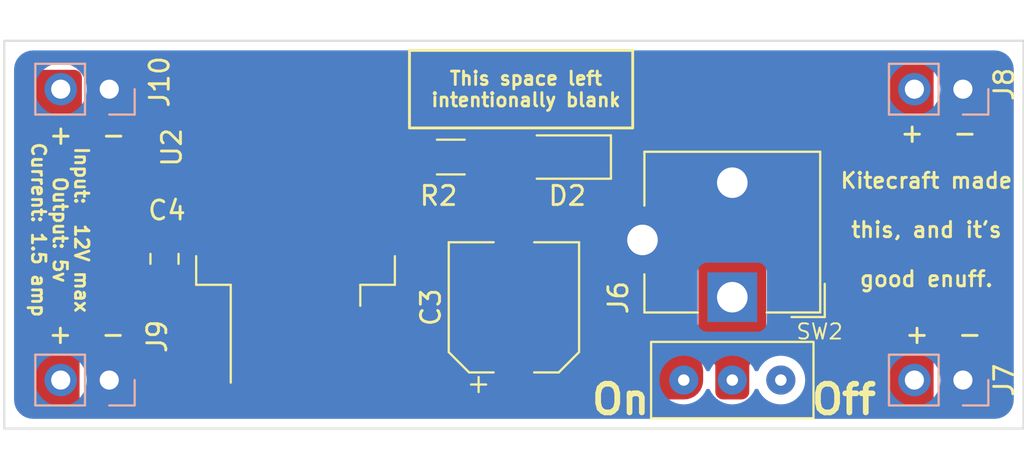
<source format=kicad_pcb>
(kicad_pcb (version 20211014) (generator pcbnew)
  (layers (0 "F.Cu" signal) (31 "B.Cu" signal) (34 "B.Paste" user) (35 "F.Paste" user) (36 "B.SilkS" user "B.Silkscreen") (37 "F.SilkS" user "F.Silkscreen") (38 "B.Mask" user) (39 "F.Mask" user) (44 "Edge.Cuts" user))
  (net 0 "")
  (net 1 "VCC")
  (net 2 "GND")
  (net 3 "+5V")
  (net 4 "Net-(D2-Pad2)")
  (net 5 "Net-(J6-Pad1)")
  (footprint "Kitecraft_Switches:SPDT_Switch_3mm" (layer "F.Cu") (at 137.16 135.128 180)
    (fp_text reference "SW2" (at -4.572 2.54 unlocked) (layer "F.SilkS") (effects (font (size 0.8 0.8) (thickness 0.1))))
    (fp_text value "SW_SPDT")
    (fp_rect (start 4.25 -2) (end -4.25 2) (layer "F.SilkS") (width 0.12) (fill none))
    (pad "1" thru_hole circle (at -2.54 0 180) (size 1.524 1.524) (drill 0.6) (layers *.Cu *.Mask))
    (pad "2" thru_hole circle (at 0 0 180) (size 1.524 1.524) (drill 0.6) (layers *.Cu *.Mask) (net 5 "Net-(J6-Pad1)"))
    (pad "3" thru_hole circle (at 2.54 0 180) (size 1.524 1.524) (drill 0.6) (layers *.Cu *.Mask) (net 1 "VCC"))
  )
  (footprint "Package_TO_SOT_SMD:TO-263-2" (layer "F.Cu") (at 114.3 127.188 90)
    (fp_text reference "U2" (at 4.252 -6.477 90) (layer "F.SilkS"))
    (fp_text value "AP1086")
    (fp_line (start -2.95 5.2) (end -2.95 3.39) (layer "F.SilkS") (width 0.12))
    (fp_line (start -1.45 -5.2) (end -2.95 -5.2) (layer "F.SilkS") (width 0.12))
    (fp_line (start -2.95 3.39) (end -4.05 3.39) (layer "F.SilkS") (width 0.12))
    (fp_line (start -1.45 5.2) (end -2.95 5.2) (layer "F.SilkS") (width 0.12))
    (fp_line (start -2.95 -5.2) (end -2.95 -3.39) (layer "F.SilkS") (width 0.12))
    (fp_line (start -2.95 -3.39) (end -8.075 -3.39) (layer "F.SilkS") (width 0.12))
    (pad "1" smd rect (at -5.775 -2.54 90) (size 4.6 1.1) (layers "F.Cu" "F.Paste" "F.Mask") (net 2 "GND"))
    (pad "2" smd rect (at 3.375 0 90) (size 9.4 10.8) (layers "F.Cu" "F.Mask") (net 3 "+5V"))
    (pad "3" smd rect (at -5.775 2.54 90) (size 4.6 1.1) (layers "F.Cu" "F.Paste" "F.Mask") (net 1 "VCC"))
  )
  (footprint "Kitecraft_Terminal_Blocks:BarrelJack_CUI_PJ-102AH_Horizontal_3_Pin_Short" (layer "F.Cu") (at 137.16 130.787 180)
    (fp_text reference "J6" (at 5.969 -0.023 90) (layer "F.SilkS"))
    (fp_text value "Barrel_Jack_MountingPin")
    (fp_line (start -4.84 0.7) (end -4.84 -1.04) (layer "F.SilkS") (width 0.12))
    (fp_line (start 1.8 -0.8) (end 4.6 -0.8) (layer "F.SilkS") (width 0.12))
    (fp_line (start -4.6 7.62) (end -4.6 -0.8) (layer "F.SilkS") (width 0.12))
    (fp_line (start 4.6 4.8) (end 4.6 7.62) (layer "F.SilkS") (width 0.12))
    (fp_line (start -4.84 -1.04) (end -3.1 -1.04) (layer "F.SilkS") (width 0.12))
    (fp_line (start 4.6 -0.8) (end 4.6 1.2) (layer "F.SilkS") (width 0.12))
    (fp_line (start -4.6 -0.8) (end -1.8 -0.8) (layer "F.SilkS") (width 0.12))
    (fp_line (start 4.6 7.62) (end -4.6 7.62) (layer "F.SilkS") (width 0.12))
    (pad "1" thru_hole rect (at 0 0 180) (size 2.6 2.6) (drill 1.6) (layers *.Cu *.Mask) (net 5 "Net-(J6-Pad1)"))
    (pad "2" thru_hole circle (at 0 6 180) (size 2.6 2.6) (drill 1.6) (layers *.Cu *.Mask) (net 2 "GND"))
    (pad "MP" thru_hole circle (at 4.7 3 180) (size 2.6 2.6) (drill 1.6) (layers *.Cu *.Mask) (net 2 "GND"))
  )
  (footprint "LED_SMD:LED_1206_3216Metric" (layer "F.Cu") (at 128.524 123.444 180)
    (fp_text reference "D2" (at 0 -2.032) (layer "F.SilkS"))
    (fp_text value "LED")
    (fp_line (start 1.6 -1.135) (end -2.285 -1.135) (layer "F.SilkS") (width 0.12))
    (fp_line (start -2.285 -1.135) (end -2.285 1.135) (layer "F.SilkS") (width 0.12))
    (fp_line (start -2.285 1.135) (end 1.6 1.135) (layer "F.SilkS") (width 0.12))
    (pad "1" smd roundrect (at -1.4 0 180) (size 1.25 1.75) (layers "F.Cu" "F.Paste" "F.Mask") (roundrect_rratio 0.2) (net 2 "GND"))
    (pad "2" smd roundrect (at 1.4 0 180) (size 1.25 1.75) (layers "F.Cu" "F.Paste" "F.Mask") (roundrect_rratio 0.2) (net 4 "Net-(D2-Pad2)"))
  )
  (footprint "Capacitor_SMD:CP_Elec_6.3x5.9" (layer "F.Cu") (at 125.73 131.318 90)
    (fp_text reference "C3" (at 0 -4.35 90) (layer "F.SilkS"))
    (fp_text value "C_Polarized")
    (fp_line (start -4.04375 -2.24125) (end -4.04375 -1.45375) (layer "F.SilkS") (width 0.12))
    (fp_line (start -2.345563 3.41) (end 3.41 3.41) (layer "F.SilkS") (width 0.12))
    (fp_line (start -3.41 2.345563) (end -3.41 1.06) (layer "F.SilkS") (width 0.12))
    (fp_line (start -2.345563 -3.41) (end 3.41 -3.41) (layer "F.SilkS") (width 0.12))
    (fp_line (start -4.4375 -1.8475) (end -3.65 -1.8475) (layer "F.SilkS") (width 0.12))
    (fp_line (start -3.41 -2.345563) (end -3.41 -1.06) (layer "F.SilkS") (width 0.12))
    (fp_line (start -3.41 2.345563) (end -2.345563 3.41) (layer "F.SilkS") (width 0.12))
    (fp_line (start 3.41 -3.41) (end 3.41 -1.06) (layer "F.SilkS") (width 0.12))
    (fp_line (start -3.41 -2.345563) (end -2.345563 -3.41) (layer "F.SilkS") (width 0.12))
    (fp_line (start 3.41 3.41) (end 3.41 1.06) (layer "F.SilkS") (width 0.12))
    (pad "1" smd roundrect (at -2.8 0 90) (size 3.5 1.6) (layers "F.Cu" "F.Paste" "F.Mask") (roundrect_rratio 0.15625) (net 1 "VCC"))
    (pad "2" smd roundrect (at 2.8 0 90) (size 3.5 1.6) (layers "F.Cu" "F.Paste" "F.Mask") (roundrect_rratio 0.15625) (net 2 "GND"))
  )
  (footprint "Capacitor_SMD:C_0805_2012Metric" (layer "F.Cu") (at 107.442 128.778 -90)
    (fp_text reference "C4" (at -2.54 -0.127) (layer "F.SilkS"))
    (fp_text value "C_Polarized")
    (fp_line (start -0.261252 0.735) (end 0.261252 0.735) (layer "F.SilkS") (width 0.12))
    (fp_line (start -0.261252 -0.735) (end 0.261252 -0.735) (layer "F.SilkS") (width 0.12))
    (pad "1" smd roundrect (at -0.95 0 270) (size 1 1.45) (layers "F.Cu" "F.Paste" "F.Mask") (net 3 "+5V"))
    (pad "2" smd roundrect (at 0.95 0 270) (size 1 1.45) (layers "F.Cu" "F.Paste" "F.Mask") (net 2 "GND"))
  )
  (footprint "Resistor_SMD:R_1206_3216Metric" (layer "F.Cu") (at 122.428 123.444)
    (fp_text reference "R2" (at -0.64 2.032) (layer "F.SilkS"))
    (fp_text value "120R")
    (fp_line (start -0.727064 -0.91) (end 0.727064 -0.91) (layer "F.SilkS") (width 0.12))
    (fp_line (start -0.727064 0.91) (end 0.727064 0.91) (layer "F.SilkS") (width 0.12))
    (pad "1" smd roundrect (at -1.4625 0) (size 1.125 1.75) (layers "F.Cu" "F.Paste" "F.Mask") (roundrect_rratio 0.2222222222) (net 3 "+5V"))
    (pad "2" smd roundrect (at 1.4625 0) (size 1.125 1.75) (layers "F.Cu" "F.Paste" "F.Mask") (roundrect_rratio 0.2222222222) (net 4 "Net-(D2-Pad2)"))
  )
  (footprint "Connector_PinHeader_2.54mm:PinHeader_1x02_P2.54mm_Vertical" (layer "B.Cu") (at 104.5514 119.888 90)
    (fp_text reference "J10" (at 0.381 2.6316 90) (layer "F.SilkS"))
    (fp_text value "Conn_01x02")
    (fp_line (start -1.33 0) (end -1.33 1.33) (layer "B.SilkS") (width 0.12))
    (fp_line (start -1.33 -1.27) (end -1.33 -3.87) (layer "B.SilkS") (width 0.12))
    (fp_line (start 1.33 -1.27) (end 1.33 -3.87) (layer "B.SilkS") (width 0.12))
    (fp_line (start -1.33 -3.87) (end 1.33 -3.87) (layer "B.SilkS") (width 0.12))
    (fp_line (start -1.33 -1.27) (end 1.33 -1.27) (layer "B.SilkS") (width 0.12))
    (fp_line (start -1.33 1.33) (end 0 1.33) (layer "B.SilkS") (width 0.12))
    (pad "1" thru_hole rect (at 0 0 90) (size 1.7 1.7) (drill 1) (layers *.Cu *.Mask) (net 2 "GND"))
    (pad "2" thru_hole oval (at 0 -2.54 90) (size 1.7 1.7) (drill 1) (layers *.Cu *.Mask) (net 3 "+5V"))
  )
  (footprint "Connector_PinHeader_2.54mm:PinHeader_1x02_P2.54mm_Vertical" (layer "B.Cu") (at 149.23 135.128 90)
    (fp_text reference "J7" (at 0 2.154 90) (layer "F.SilkS"))
    (fp_text value "Conn_01x02")
    (fp_line (start -1.33 1.33) (end 0 1.33) (layer "B.SilkS") (width 0.12))
    (fp_line (start -1.33 0) (end -1.33 1.33) (layer "B.SilkS") (width 0.12))
    (fp_line (start -1.33 -1.27) (end 1.33 -1.27) (layer "B.SilkS") (width 0.12))
    (fp_line (start 1.33 -1.27) (end 1.33 -3.87) (layer "B.SilkS") (width 0.12))
    (fp_line (start -1.33 -1.27) (end -1.33 -3.87) (layer "B.SilkS") (width 0.12))
    (fp_line (start -1.33 -3.87) (end 1.33 -3.87) (layer "B.SilkS") (width 0.12))
    (pad "1" thru_hole rect (at 0 0 90) (size 1.7 1.7) (drill 1) (layers *.Cu *.Mask) (net 2 "GND"))
    (pad "2" thru_hole oval (at 0 -2.54 90) (size 1.7 1.7) (drill 1) (layers *.Cu *.Mask) (net 3 "+5V"))
  )
  (footprint "Connector_PinHeader_2.54mm:PinHeader_1x02_P2.54mm_Vertical" (layer "B.Cu") (at 149.23 119.888 90)
    (fp_text reference "J8" (at 0.254 2.154 90) (layer "F.SilkS"))
    (fp_text value "Conn_01x02")
    (fp_line (start 1.33 -1.27) (end 1.33 -3.87) (layer "B.SilkS") (width 0.12))
    (fp_line (start -1.33 1.33) (end 0 1.33) (layer "B.SilkS") (width 0.12))
    (fp_line (start -1.33 -1.27) (end -1.33 -3.87) (layer "B.SilkS") (width 0.12))
    (fp_line (start -1.33 -3.87) (end 1.33 -3.87) (layer "B.SilkS") (width 0.12))
    (fp_line (start -1.33 0) (end -1.33 1.33) (layer "B.SilkS") (width 0.12))
    (fp_line (start -1.33 -1.27) (end 1.33 -1.27) (layer "B.SilkS") (width 0.12))
    (pad "1" thru_hole rect (at 0 0 90) (size 1.7 1.7) (drill 1) (layers *.Cu *.Mask) (net 2 "GND"))
    (pad "2" thru_hole oval (at 0 -2.54 90) (size 1.7 1.7) (drill 1) (layers *.Cu *.Mask) (net 3 "+5V"))
  )
  (footprint "Connector_PinHeader_2.54mm:PinHeader_1x02_P2.54mm_Vertical" (layer "B.Cu") (at 104.5514 135.128 90)
    (fp_text reference "J9" (at 2.286 2.5046 90) (layer "F.SilkS"))
    (fp_text value "Conn_01x02")
    (fp_line (start -1.33 0) (end -1.33 1.33) (layer "B.SilkS") (width 0.12))
    (fp_line (start -1.33 -1.27) (end 1.33 -1.27) (layer "B.SilkS") (width 0.12))
    (fp_line (start 1.33 -1.27) (end 1.33 -3.87) (layer "B.SilkS") (width 0.12))
    (fp_line (start -1.33 1.33) (end 0 1.33) (layer "B.SilkS") (width 0.12))
    (fp_line (start -1.33 -3.87) (end 1.33 -3.87) (layer "B.SilkS") (width 0.12))
    (fp_line (start -1.33 -1.27) (end -1.33 -3.87) (layer "B.SilkS") (width 0.12))
    (pad "1" thru_hole rect (at 0 0 90) (size 1.7 1.7) (drill 1) (layers *.Cu *.Mask) (net 2 "GND"))
    (pad "2" thru_hole oval (at 0 -2.54 90) (size 1.7 1.7) (drill 1) (layers *.Cu *.Mask) (net 3 "+5V"))
  )
  (gr_rect (start 120.264 121.92) (end 131.948 117.856) (layer "F.SilkS") (width 0.15) (fill none))
  (gr_line (start 152.4 137.668) (end 99.06 137.668) (layer "Edge.Cuts") (width 0.1))
  (gr_line (start 99.06 137.668) (end 99.06 117.348) (layer "Edge.Cuts") (width 0.1))
  (gr_line (start 152.4 117.348) (end 152.4 137.668) (layer "Edge.Cuts") (width 0.1))
  (gr_line (start 152.4 117.348) (end 99.06 117.348) (layer "Edge.Cuts") (width 0.1))
  (gr_text "+  -" (at 103.3984 122.2756) (layer "F.SilkS") (effects (font (size 1 1))))
  (gr_text "Off" (at 143.002 136.144) (layer "F.SilkS") (effects (font (size 1.5 1.5) (thickness 0.3))))
  (gr_text "+  -" (at 103.373 132.715) (layer "F.SilkS") (effects (font (size 1 1))))
  (gr_text "Input:  12V max\nOutput: 5v\nCurrent: 1.5 amp" (at 101.976 127.254 270) (layer "F.SilkS") (effects (font (size 0.7 0.7))))
  (gr_text "Kitecraft made\n\nthis, and it's\n\ngood enuff." (at 147.32 127.254) (layer "F.SilkS") (effects (font (size 0.8 0.8))))
  (gr_text "This space left\nintentionally blank" (at 126.36 119.888) (layer "F.SilkS") (effects (font (size 0.7 0.7))))
  (gr_text "On" (at 131.318 136.144) (layer "F.SilkS") (effects (font (size 1.5 1.5) (thickness 0.3))))
  (gr_text "+  -" (at 147.955 122.174) (layer "F.SilkS") (effects (font (size 1 1))))
  (gr_text "+  -" (at 148.209 132.715) (layer "F.SilkS") (effects (font (size 1 1))))
  (zone (net 4) (net_name "Net-(D2-Pad2)") (layer "F.Cu") (connect_pads yes (clearance 0.508)) (min_thickness 0.254) (fill yes (thermal_gap 0.508) (thermal_bridge_width 0.508) (smoothing fillet) (radius 0.4))
    (polygon (pts (xy 123.19 122.428) (xy 128.016 122.428) (xy 128.016 124.46) (xy 123.19 124.46)))
  )
  (zone (net 2) (net_name "GND") (layer "F.Cu") (connect_pads yes (clearance 0.508)) (min_thickness 0.254) (fill yes (thermal_gap 0.508) (thermal_bridge_width 0.508) (smoothing fillet) (radius 0.4))
    (polygon (pts (xy 103.632 129.159) (xy 112.522 129.159) (xy 112.522 136.144) (xy 103.632 136.144)))
  )
  (zone (net 2) (net_name "GND") (layer "F.Cu") (connect_pads yes (clearance 0.508)) (min_thickness 0.254) (fill yes (thermal_gap 0.508) (thermal_bridge_width 0.508) (smoothing fillet) (radius 1))
    (polygon (pts (xy 122.174 129.54) (xy 122.174 124.968) (xy 128.27 124.968) (xy 129.032 124.206) (xy 129.032 121.92) (xy 134.112 121.92) (xy 134.112 130.556) (xy 124.968 130.556)))
  )
  (zone (net 3) (net_name "+5V") (layer "F.Cu") (connect_pads yes (clearance 0.508)) (min_thickness 0.254) (fill yes (thermal_gap 0.508) (thermal_bridge_width 0.508) (smoothing fillet) (radius 0.4))
    (polygon (pts (xy 100.33 118.872) (xy 103.119 118.872) (xy 103.119 122.047) (xy 110.744 122.047) (xy 110.744 128.524) (xy 102.997 128.524) (xy 102.997 136.652) (xy 100.33 136.652)))
  )
  (zone (net 3) (net_name "+5V") (layer "F.Cu") (connect_pads yes (clearance 0.508)) (min_thickness 0.254) (fill yes (thermal_gap 0.508) (thermal_bridge_width 0.508) (smoothing fillet) (radius 0.4))
    (polygon (pts (xy 145.161 129.54) (xy 138.171 121.412) (xy 121.793 121.412) (xy 121.793 124.46) (xy 108.839 124.46) (xy 108.839 117.856) (xy 147.696 117.856) (xy 147.696 136.652) (xy 145.161 136.652)))
  )
  (zone (net 5) (net_name "Net-(J6-Pad1)") (layer "F.Cu") (connect_pads yes (clearance 0.508)) (min_thickness 0.254) (fill yes (thermal_gap 0.508) (thermal_bridge_width 0.508) (smoothing fillet) (radius 0.4))
    (polygon (pts (xy 136.271 134.366) (xy 135.382 132.842) (xy 135.382 128.905) (xy 138.938 128.905) (xy 138.938 132.842) (xy 138.049 134.366) (xy 138.049 136.144) (xy 136.271 136.144)))
  )
  (zone (net 1) (net_name "VCC") (layer "F.Cu") (connect_pads yes (clearance 0.508)) (min_thickness 0.254) (fill yes (thermal_gap 0.508) (thermal_bridge_width 0.508) (smoothing fillet) (radius 1))
    (polygon (pts (xy 115.57 130.302) (xy 119.634 130.302) (xy 135.636 133.858) (xy 135.636 136.144) (xy 115.57 136.144)))
  )
  (zone (net 2) (net_name "GND") (layer "B.Cu") (connect_pads yes (clearance 0.508)) (min_thickness 0.254) (fill yes (thermal_gap 0.508) (thermal_bridge_width 0.508) (smoothing fillet) (radius 1))
    (polygon (pts (xy 99.568 117.856) (xy 151.892 117.856) (xy 151.892 137.16) (xy 99.568 137.16)))
  )
)
</source>
